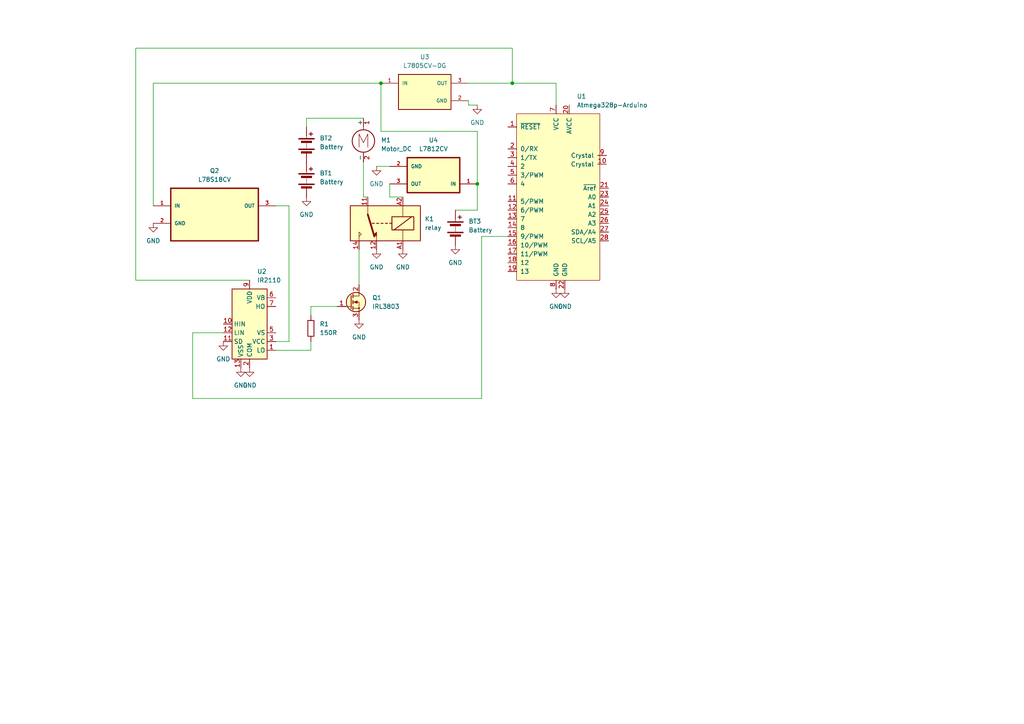
<source format=kicad_sch>
(kicad_sch (version 20231120) (generator "eeschema") (generator_version "8.0")
  (paper "A4")
  (lib_symbols
    (symbol "Device:Battery" (pin_numbers hide) (pin_names (offset 0) hide)
      (property "Reference" "BT" (at 2.54 2.54 0))
      (property "Value" "Battery" (at 2.54 0 0))
      (symbol "Battery_0_1"
        (rectangle (start -2.286 -1.27) (end 2.286 -1.524) (fill (type outline)))
        (rectangle (start -2.286 1.778) (end 2.286 1.524) (fill (type outline)))
        (rectangle (start -1.524 -2.032) (end 1.524 -2.54) (fill (type outline)))
        (rectangle (start -1.524 1.016) (end 1.524 0.508) (fill (type outline)))
        (polyline (pts (xy 0 -1.016) (xy 0 -0.762)))
        (polyline (pts (xy 0 -0.508) (xy 0 -0.254)))
        (polyline (pts (xy 0 0) (xy 0 0.254)))
        (polyline (pts (xy 0 1.778) (xy 0 2.54)))
        (polyline (pts (xy 0.762 3.048) (xy 1.778 3.048)) (stroke (width 0.254)))
        (polyline (pts (xy 1.27 3.556) (xy 1.27 2.54)) (stroke (width 0.254)))
      )
      (symbol "Battery_1_1"
        (pin passive line (at 0 5.08 270) (length 2.54) (name "+") (number "1"))
        (pin passive line (at 0 -5.08 90) (length 2.54) (name "-") (number "2"))
      )
    )
    (symbol "Driver_FET:IR2110"
      (property "Reference" "U" (at 1.27 13.335 0))
      (property "Value" "IR2110" (at 1.27 11.43 0))
      (symbol "IR2110_0_1"
        (rectangle (start -5.08 -10.16) (end 5.08 10.16) (stroke (width 0.254)) (fill (type background)))
      )
      (symbol "IR2110_1_1"
        (pin output line (at 7.62 -7.62 180) (length 2.54) (name "LO") (number "1"))
        (pin input line (at -7.62 0 0) (length 2.54) (name "HIN") (number "10"))
        (pin input line (at -7.62 -5.08 0) (length 2.54) (name "SD") (number "11"))
        (pin input line (at -7.62 -2.54 0) (length 2.54) (name "LIN") (number "12"))
        (pin power_in line (at -2.54 -12.7 90) (length 2.54) (name "VSS") (number "13"))
        (pin no_connect line (at -5.08 2.54 0) (length 2.54) hide (name "NC") (number "14"))
        (pin power_in line (at 0 -12.7 90) (length 2.54) (name "COM") (number "2"))
        (pin power_in line (at 7.62 -5.08 180) (length 2.54) (name "VCC") (number "3"))
        (pin no_connect line (at -5.08 7.62 0) (length 2.54) hide (name "NC") (number "4"))
        (pin passive line (at 7.62 -2.54 180) (length 2.54) (name "VS") (number "5"))
        (pin passive line (at 7.62 7.62 180) (length 2.54) (name "VB") (number "6"))
        (pin output line (at 7.62 5.08 180) (length 2.54) (name "HO") (number "7"))
        (pin no_connect line (at -5.08 5.08 0) (length 2.54) hide (name "NC") (number "8"))
        (pin power_in line (at 0 12.7 270) (length 2.54) (name "VDD") (number "9"))
      )
    )
    (symbol "L7805CV-DG:L7805CV-DG" (pin_names (offset 1.016))
      (property "Reference" "U" (at -7.6226 7.6217 0))
      (property "Value" "L7805CV-DG" (at -7.6287 -10.1686 0))
      (symbol "L7805CV-DG_0_0"
        (rectangle (start -7.62 -5.08) (end 7.62 5.08) (stroke (width 0.254)) (fill (type background)))
        (pin input line (at -12.7 2.54 0) (length 5.08) (name "IN") (number "1"))
        (pin power_in line (at 12.7 -2.54 180) (length 5.08) (name "GND") (number "2"))
        (pin output line (at 12.7 2.54 180) (length 5.08) (name "OUT") (number "3"))
      )
    )
    (symbol "L7812CV:L7812CV" (pin_names (offset 1.016))
      (property "Reference" "U" (at -7.6226 5.0817 0))
      (property "Value" "L7812CV" (at -7.6287 -7.6287 0))
      (symbol "L7812CV_0_0"
        (rectangle (start -7.62 -5.08) (end 7.62 5.08) (stroke (width 0.41)) (fill (type background)))
        (pin input line (at -12.7 2.54 0) (length 5.08) (name "IN") (number "1"))
        (pin power_in line (at 12.7 -2.54 180) (length 5.08) (name "GND") (number "2"))
        (pin output line (at 12.7 2.54 180) (length 5.08) (name "OUT") (number "3"))
      )
    )
    (symbol "L78S18CV:L78S18CV" (pin_names (offset 1.016))
      (property "Reference" "Q" (at -4.7244 9.1186 0))
      (property "Value" "L78S18CV" (at -4.6228 -14.8336 0))
      (symbol "L78S18CV_0_0"
        (rectangle (start -12.7 -10.16) (end 12.7 5.08) (stroke (width 0.4064)) (fill (type background)))
        (pin input line (at -17.78 0 0) (length 5.08) (name "IN") (number "1"))
        (pin passive line (at -17.78 -5.08 0) (length 5.08) (name "GND") (number "2"))
        (pin output line (at 17.78 0 180) (length 5.08) (name "OUT") (number "3"))
      )
    )
    (symbol "Motor:Motor_DC" (pin_names (offset 0))
      (property "Reference" "M" (at 2.54 2.54 0))
      (property "Value" "Motor_DC" (at 2.54 -5.08 0))
      (symbol "Motor_DC_0_0"
        (polyline (pts (xy -1.27 -3.302) (xy -1.27 0.508) (xy 0 -2.032) (xy 1.27 0.508) (xy 1.27 -3.302)))
      )
      (symbol "Motor_DC_0_1"
        (circle (center 0 -1.524) (radius 3.2512) (stroke (width 0.254)))
        (polyline (pts (xy 0 -7.62) (xy 0 -7.112)))
        (polyline (pts (xy 0 -4.7752) (xy 0 -5.1816)))
        (polyline (pts (xy 0 1.7272) (xy 0 2.0828)))
        (polyline (pts (xy 0 2.032) (xy 0 2.54)))
      )
      (symbol "Motor_DC_1_1"
        (pin passive line (at 0 5.08 270) (length 2.54) (name "+") (number "1"))
        (pin passive line (at 0 -7.62 90) (length 2.54) (name "-") (number "2"))
      )
    )
    (symbol "PCM_SL_Devices:Atmega328p-Arduino" (pin_names (offset 1.016))
      (property "Reference" "U" (at 7.62 30.48 0))
      (property "Value" "Atmega328p-Arduino" (at 13.97 27.94 0))
      (symbol "Atmega328p-Arduino_0_1"
        (rectangle (start -12.7 25.4) (end 11.43 -22.86) (fill (type background)))
      )
      (symbol "Atmega328p-Arduino_1_1"
        (pin bidirectional line (at -15.24 21.59 0) (length 2.54) (name "~{RESET}") (number "1"))
        (pin bidirectional line (at 13.335 10.795 180) (length 2.54) (name "Crystal") (number "10"))
        (pin bidirectional line (at -15.24 0 0) (length 2.54) (name "5/PWM") (number "11"))
        (pin bidirectional line (at -15.24 -2.54 0) (length 2.54) (name "6/PWM") (number "12"))
        (pin bidirectional line (at -15.24 -5.08 0) (length 2.54) (name "7") (number "13"))
        (pin bidirectional line (at -15.24 -7.62 0) (length 2.54) (name "8") (number "14"))
        (pin bidirectional line (at -15.24 -10.16 0) (length 2.54) (name "9/PWM") (number "15"))
        (pin bidirectional line (at -15.24 -12.7 0) (length 2.54) (name "10/PWM") (number "16"))
        (pin bidirectional line (at -15.24 -15.24 0) (length 2.54) (name "11/PWM") (number "17"))
        (pin bidirectional line (at -15.24 -17.78 0) (length 2.54) (name "12") (number "18"))
        (pin bidirectional line (at -15.24 -20.32 0) (length 2.54) (name "13") (number "19"))
        (pin bidirectional line (at -15.24 15.24 0) (length 2.54) (name "0/RX") (number "2"))
        (pin power_in line (at 2.54 27.94 270) (length 2.54) (name "AVCC") (number "20"))
        (pin bidirectional line (at 13.97 3.81 180) (length 2.54) (name "~{Aref}") (number "21"))
        (pin power_in line (at 1.27 -25.4 90) (length 2.54) (name "GND") (number "22"))
        (pin bidirectional line (at 13.97 1.27 180) (length 2.54) (name "A0") (number "23"))
        (pin bidirectional line (at 13.97 -1.27 180) (length 2.54) (name "A1") (number "24"))
        (pin bidirectional line (at 13.97 -3.81 180) (length 2.54) (name "A2") (number "25"))
        (pin bidirectional line (at 13.97 -6.35 180) (length 2.54) (name "A3") (number "26"))
        (pin bidirectional line (at 13.97 -8.89 180) (length 2.54) (name "SDA/A4") (number "27"))
        (pin bidirectional line (at 13.97 -11.43 180) (length 2.54) (name "SCL/A5") (number "28"))
        (pin bidirectional line (at -15.24 12.7 0) (length 2.54) (name "1/TX") (number "3"))
        (pin bidirectional line (at -15.24 10.16 0) (length 2.54) (name "2") (number "4"))
        (pin bidirectional line (at -15.24 7.62 0) (length 2.54) (name "3/PWM") (number "5"))
        (pin bidirectional line (at -15.24 5.08 0) (length 2.54) (name "4") (number "6"))
        (pin power_in line (at -1.27 27.94 270) (length 2.54) (name "VCC") (number "7"))
        (pin power_in line (at -1.27 -25.4 90) (length 2.54) (name "GND") (number "8"))
        (pin bidirectional line (at 13.335 13.335 180) (length 2.54) (name "Crystal") (number "9"))
      )
    )
    (symbol "PCM_SL_Resistors:Resistor"
      (property "Reference" "R" (at 0 5.08 0))
      (property "Value" "Resistor" (at 0 2.54 0))
      (symbol "Resistor_0_1"
        (rectangle (start -2.286 0.889) (end 2.286 -0.889) (stroke (width 0.24)))
      )
      (symbol "Resistor_1_1"
        (pin passive line (at -3.81 0 0) (length 1.5) (name "") (number "1"))
        (pin passive line (at 3.81 0 180) (length 1.5) (name "~") (number "2"))
      )
    )
    (symbol "PCM_Transistor_MOSFET_AKL:IRL3803" (pin_names hide)
      (property "Reference" "Q" (at 5.08 1.27 0))
      (property "Value" "IRL3803" (at 5.08 -1.27 0))
      (symbol "IRL3803_0_1"
        (polyline (pts (xy 0.254 -1.27) (xy -2.54 -1.27)))
        (polyline (pts (xy 0.254 1.905) (xy 0.254 -1.905)) (stroke (width 0.254)))
        (polyline (pts (xy 0.762 -1.778) (xy 2.54 -1.778)))
        (polyline (pts (xy 0.762 -1.27) (xy 0.762 -2.286)) (stroke (width 0.254)))
        (polyline (pts (xy 0.762 0.508) (xy 0.762 -0.508)) (stroke (width 0.254)))
        (polyline (pts (xy 0.762 2.286) (xy 0.762 1.27)) (stroke (width 0.254)))
        (polyline (pts (xy 2.54 1.778) (xy 0.762 1.778)))
        (polyline (pts (xy 2.54 2.54) (xy 2.54 1.778)))
        (polyline (pts (xy 2.54 -2.54) (xy 2.54 0) (xy 0.762 0)))
        (polyline (pts (xy 1.016 0) (xy 2.032 0.381) (xy 2.032 -0.381) (xy 1.016 0)) (fill (type outline)))
        (circle (center 1.651 0) (radius 2.794) (stroke (width 0.254)) (fill (type background)))
        (circle (center 2.54 -1.778) (radius 0.1778) (fill (type outline)))
      )
      (symbol "IRL3803_1_1"
        (pin input line (at -3.81 -1.27 0) (length 2.54) (name "G") (number "1"))
        (pin passive line (at 2.54 5.08 270) (length 2.54) (name "D") (number "2"))
        (pin passive line (at 2.54 -5.08 90) (length 2.54) (name "S") (number "3"))
      )
    )
    (symbol "Relay:Fujitsu_FTR-LYCA005x"
      (property "Reference" "K" (at 11.43 3.81 0))
      (property "Value" "Fujitsu_FTR-LYCA005x" (at 11.43 1.27 0))
      (symbol "Fujitsu_FTR-LYCA005x_0_0"
        (polyline (pts (xy 7.62 5.08) (xy 7.62 2.54) (xy 6.985 3.175) (xy 7.62 3.81)))
      )
      (symbol "Fujitsu_FTR-LYCA005x_0_1"
        (rectangle (start -10.16 5.08) (end 10.16 -5.08) (stroke (width 0.254)) (fill (type background)))
        (rectangle (start -8.255 1.905) (end -1.905 -1.905) (stroke (width 0.254)))
        (polyline (pts (xy -7.62 -1.905) (xy -2.54 1.905)) (stroke (width 0.254)))
        (polyline (pts (xy -5.08 -5.08) (xy -5.08 -1.905)))
        (polyline (pts (xy -5.08 5.08) (xy -5.08 1.905)))
        (polyline (pts (xy -1.905 0) (xy -1.27 0)) (stroke (width 0.254)))
        (polyline (pts (xy -0.635 0) (xy 0 0)) (stroke (width 0.254)))
        (polyline (pts (xy 0.635 0) (xy 1.27 0)) (stroke (width 0.254)))
        (polyline (pts (xy 1.905 0) (xy 2.54 0)) (stroke (width 0.254)))
        (polyline (pts (xy 3.175 0) (xy 3.81 0)) (stroke (width 0.254)))
        (polyline (pts (xy 5.08 -2.54) (xy 3.175 3.81)) (stroke (width 0.508)))
        (polyline (pts (xy 5.08 -2.54) (xy 5.08 -5.08)))
        (polyline (pts (xy 2.54 5.08) (xy 2.54 2.54) (xy 3.175 3.175) (xy 2.54 3.81)) (fill (type outline)))
      )
      (symbol "Fujitsu_FTR-LYCA005x_1_1"
        (pin passive line (at 5.08 -7.62 90) (length 2.54) (name "~") (number "11"))
        (pin passive line (at 2.54 7.62 270) (length 2.54) (name "~") (number "12"))
        (pin passive line (at 7.62 7.62 270) (length 2.54) (name "~") (number "14"))
        (pin passive line (at -5.08 7.62 270) (length 2.54) (name "~") (number "A1"))
        (pin passive line (at -5.08 -7.62 90) (length 2.54) (name "~") (number "A2"))
      )
    )
    (symbol "power:GND" (power) (pin_numbers hide) (pin_names (offset 0) hide)
      (property "Value" "GND" (at 0 -3.81 0))
      (symbol "GND_0_1"
        (polyline (pts (xy 0 0) (xy 0 -1.27) (xy 1.27 -1.27) (xy 0 -2.54) (xy -1.27 -1.27) (xy 0 -1.27)))
      )
      (symbol "GND_1_1"
        (pin power_in line (at 0 0 270) (length 0) (name "~") (number "1"))
      )
    )
  )
  (junction (at 138.43 53.34))
  (junction (at 110.49 24.13))
  (junction (at 148.59 24.13))
  (wire (pts (xy 83.82 99.06) (xy 80.01 99.06)))
  (wire (pts (xy 138.43 38.1) (xy 110.49 38.1)))
  (wire (pts (xy 55.88 96.52) (xy 55.88 115.57)))
  (wire (pts (xy 135.89 30.48) (xy 135.89 29.21)))
  (wire (pts (xy 148.59 24.13) (xy 161.29 24.13)))
  (wire (pts (xy 139.7 68.58) (xy 147.32 68.58)))
  (wire (pts (xy 90.17 88.9) (xy 90.17 91.44)))
  (wire (pts (xy 148.59 24.13) (xy 148.59 13.97)))
  (wire (pts (xy 55.88 115.57) (xy 139.7 115.57)))
  (wire (pts (xy 80.01 101.6) (xy 90.17 101.6)))
  (wire (pts (xy 88.9 36.83) (xy 88.9 34.29)))
  (wire (pts (xy 148.59 13.97) (xy 39.37 13.97)))
  (wire (pts (xy 113.03 57.15) (xy 116.84 57.15)))
  (wire (pts (xy 110.49 38.1) (xy 110.49 24.13)))
  (wire (pts (xy 132.08 60.96) (xy 138.43 60.96)))
  (wire (pts (xy 105.41 46.99) (xy 105.41 57.15)))
  (wire (pts (xy 88.9 34.29) (xy 105.41 34.29)))
  (wire (pts (xy 83.82 59.69) (xy 83.82 99.06)))
  (wire (pts (xy 44.45 24.13) (xy 110.49 24.13)))
  (wire (pts (xy 90.17 99.06) (xy 90.17 101.6)))
  (wire (pts (xy 109.22 48.26) (xy 113.03 48.26)))
  (wire (pts (xy 90.17 88.9) (xy 97.79 88.9)))
  (wire (pts (xy 138.43 53.34) (xy 138.43 38.1)))
  (wire (pts (xy 139.7 115.57) (xy 139.7 68.58)))
  (wire (pts (xy 64.77 96.52) (xy 55.88 96.52)))
  (wire (pts (xy 135.89 24.13) (xy 148.59 24.13)))
  (wire (pts (xy 80.01 59.69) (xy 83.82 59.69)))
  (wire (pts (xy 105.41 57.15) (xy 106.68 57.15)))
  (wire (pts (xy 161.29 24.13) (xy 161.29 30.48)))
  (wire (pts (xy 138.43 30.48) (xy 135.89 30.48)))
  (wire (pts (xy 138.43 60.96) (xy 138.43 53.34)))
  (wire (pts (xy 39.37 81.28) (xy 72.39 81.28)))
  (wire (pts (xy 44.45 59.69) (xy 44.45 24.13)))
  (wire (pts (xy 39.37 13.97) (xy 39.37 81.28)))
  (wire (pts (xy 104.14 72.39) (xy 104.14 82.55)))
  (wire (pts (xy 113.03 53.34) (xy 113.03 57.15)))
  (symbol (lib_id "power:GND") (at 109.22 48.26 0) (unit 1)
    (property "Reference" "#PWR012" (effects (hide yes)))
    (property "Value" "GND" (at 109.22 53.34 0))
    (property "Description" "Power symbol creates a global label with name \"GND\" , ground" (effects (hide yes)))
  )
  (symbol (lib_id "power:GND") (at 69.85 106.68 0) (unit 1)
    (property "Reference" "#PWR06" (effects (hide yes)))
    (property "Value" "GND" (at 69.85 111.76 0))
    (property "Description" "Power symbol creates a global label with name \"GND\" , ground" (effects (hide yes)))
  )
  (symbol (lib_id "Driver_FET:IR2110") (at 72.39 93.98 0) (unit 1)
    (property "Reference" "U2" (at 74.5841 78.74 0) (effects (justify left)))
    (property "Value" "IR2110" (at 74.5841 81.28 0) (effects (justify left)))
    (property "Footprint" "Package_DIP:DIP-14_W7.62mm" (effects (hide yes)))
    (property "Datasheet" "https://www.infineon.com/dgdl/ir2110.pdf?fileId=5546d462533600a4015355c80333167e" (effects (hide yes)))
    (property "Description" "High and Low Side Driver, 500V, 2.0/2.0A, PDIP-14" (effects (hide yes)))
  )
  (symbol (lib_id "power:GND") (at 109.22 72.39 0) (unit 1)
    (property "Reference" "#PWR03" (effects (hide yes)))
    (property "Value" "GND" (at 109.22 77.47 0))
    (property "Description" "Power symbol creates a global label with name \"GND\" , ground" (effects (hide yes)))
  )
  (symbol (lib_id "power:GND") (at 163.83 83.82 0) (unit 1)
    (property "Reference" "#PWR04" (effects (hide yes)))
    (property "Value" "GND" (at 163.83 88.9 0))
    (property "Description" "Power symbol creates a global label with name \"GND\" , ground" (effects (hide yes)))
  )
  (symbol (lib_id "power:GND") (at 116.84 72.39 0) (unit 1)
    (property "Reference" "#PWR011" (effects (hide yes)))
    (property "Value" "GND" (at 116.84 77.47 0))
    (property "Description" "Power symbol creates a global label with name \"GND\" , ground" (effects (hide yes)))
  )
  (symbol (lib_id "Device:Battery") (at 132.08 66.04 0) (unit 1)
    (property "Reference" "BT3" (at 135.89 64.1984 0) (effects (justify left)))
    (property "Value" "Battery" (at 135.89 66.7384 0) (effects (justify left)))
    (property "Description" "Multiple-cell battery" (effects (hide yes)))
  )
  (symbol (lib_id "power:GND") (at 64.77 99.06 0) (unit 1)
    (property "Reference" "#PWR07" (effects (hide yes)))
    (property "Value" "GND" (at 64.77 104.14 0))
    (property "Description" "Power symbol creates a global label with name \"GND\" , ground" (effects (hide yes)))
  )
  (symbol (lib_id "Device:Battery") (at 88.9 41.91 0) (unit 1)
    (property "Reference" "BT2" (at 92.71 40.0684 0) (effects (justify left)))
    (property "Value" "Battery" (at 92.71 42.6084 0) (effects (justify left)))
    (property "Description" "Multiple-cell battery" (effects (hide yes)))
  )
  (symbol (lib_id "Device:Battery") (at 88.9 52.07 0) (unit 1)
    (property "Reference" "BT1" (at 92.71 50.2284 0) (effects (justify left)))
    (property "Value" "Battery" (at 92.71 52.7684 0) (effects (justify left)))
    (property "Description" "Multiple-cell battery" (effects (hide yes)))
  )
  (symbol (lib_id "Relay:Fujitsu_FTR-LYCA005x") (at 111.76 64.77 180) (unit 1)
    (property "Reference" "K1" (at 123.19 63.4999 0) (effects (justify right)))
    (property "Value" "relay" (at 123.19 66.0399 0) (effects (justify right)))
    (property "Footprint" "Relay_THT:Relay_SPDT_Fujitsu_FTR-LYCA005x_FormC_Vertical" (effects (hide yes)))
    (property "Datasheet" "https://www.fujitsu.com/sg/imagesgig5/ftr-ly.pdf" (effects (hide yes)))
    (property "Description" "Relay, SPDT Form C, vertical mount, 5-60V coil, 6A, 250VAC, 28 x 5 x 15mm" (effects (hide yes)))
  )
  (symbol (lib_id "power:GND") (at 72.39 106.68 0) (unit 1)
    (property "Reference" "#PWR05" (effects (hide yes)))
    (property "Value" "GND" (at 72.39 111.76 0))
    (property "Description" "Power symbol creates a global label with name \"GND\" , ground" (effects (hide yes)))
  )
  (symbol (lib_id "power:GND") (at 44.45 64.77 0) (unit 1)
    (property "Reference" "#PWR010" (effects (hide yes)))
    (property "Value" "GND" (at 44.45 69.85 0))
    (property "Description" "Power symbol creates a global label with name \"GND\" , ground" (effects (hide yes)))
  )
  (symbol (lib_id "L78S18CV:L78S18CV") (at 62.23 59.69 0) (unit 1)
    (property "Reference" "Q2" (at 62.23 49.53 0))
    (property "Value" "L78S18CV" (at 62.23 52.07 0))
    (property "Footprint" "L78S18CV:TO254P450X1020X1935-3P" (effects (hide yes)))
    (property "MF" "STMicroelectronics" (effects (hide yes)))
    (property "Description_1" "\nLinear Voltage Regulator IC Positive Fixed 1 Output 2A TO-220AB\n" (effects (hide yes)))
    (property "PACKAGE" "TO-220" (effects (hide yes)))
    (property "MPN" "L78S18CV" (effects (hide yes)))
    (property "Price" "None" (effects (hide yes)))
    (property "Package" "TO-220-3 STMicroelectronics" (effects (hide yes)))
    (property "OC_FARNELL" "9756183" (effects (hide yes)))
    (property "SnapEDA_Link" "https://www.snapeda.com/parts/L78S18CV/STMicroelectronics/view-part/?ref=snap" (effects (hide yes)))
    (property "MP" "L78S18CV" (effects (hide yes)))
    (property "SUPPLIER" "STMicroelectronics" (effects (hide yes)))
    (property "OC_NEWARK" "26M0573" (effects (hide yes)))
    (property "Availability" "In Stock" (effects (hide yes)))
    (property "Check_prices" "https://www.snapeda.com/parts/L78S18CV/STMicroelectronics/view-part/?ref=eda" (effects (hide yes)))
  )
  (symbol (lib_id "power:GND") (at 161.29 83.82 0) (unit 1)
    (property "Reference" "#PWR013" (effects (hide yes)))
    (property "Value" "GND" (at 161.29 88.9 0))
    (property "Description" "Power symbol creates a global label with name \"GND\" , ground" (effects (hide yes)))
  )
  (symbol (lib_id "power:GND") (at 138.43 30.48 0) (unit 1)
    (property "Reference" "#PWR09" (effects (hide yes)))
    (property "Value" "GND" (at 138.43 35.56 0))
    (property "Description" "Power symbol creates a global label with name \"GND\" , ground" (effects (hide yes)))
  )
  (symbol (lib_id "L7805CV-DG:L7805CV-DG") (at 123.19 26.67 0) (unit 1)
    (property "Reference" "U3" (at 123.19 16.51 0))
    (property "Value" "L7805CV-DG" (at 123.19 19.05 0))
    (property "Footprint" "L7805CV-DG:TO255P1040X460X2890-3" (effects (hide yes)))
    (property "MF" "STMicroelectronics" (effects (hide yes)))
    (property "MAXIMUM_PACKAGE_HEIGHT" "19.68 mm" (effects (hide yes)))
    (property "Package" "TO-220 STMicroelectronics" (effects (hide yes)))
    (property "Price" "None" (effects (hide yes)))
    (property "Check_prices" "https://www.snapeda.com/parts/L7805CV-DG/STMicroelectronics/view-part/?ref=eda" (effects (hide yes)))
    (property "STANDARD" "IPC 7351B" (effects (hide yes)))
    (property "PARTREV" "36" (effects (hide yes)))
    (property "SnapEDA_Link" "https://www.snapeda.com/parts/L7805CV-DG/STMicroelectronics/view-part/?ref=snap" (effects (hide yes)))
    (property "MP" "L7805CV-DG" (effects (hide yes)))
    (property "Description_1" "\nLinear Voltage Regulator IC Positive Fixed 1 Output 1.5A TO-220\n" (effects (hide yes)))
    (property "Availability" "In Stock" (effects (hide yes)))
    (property "MANUFACTURER" "STMicroelectronics" (effects (hide yes)))
  )
  (symbol (lib_id "Motor:Motor_DC") (at 105.41 39.37 0) (unit 1)
    (property "Reference" "M1" (at 110.49 40.6399 0) (effects (justify left)))
    (property "Value" "Motor_DC" (at 110.49 43.1799 0) (effects (justify left)))
    (property "Description" "DC Motor" (effects (hide yes)))
  )
  (symbol (lib_id "PCM_SL_Resistors:Resistor") (at 90.17 95.25 90) (unit 1)
    (property "Reference" "R1" (at 92.71 93.9799 90) (effects (justify right)))
    (property "Value" "150R" (at 92.71 96.5199 90) (effects (justify right)))
    (property "Footprint" "Resistor_THT:R_Axial_DIN0207_L6.3mm_D2.5mm_P10.16mm_Horizontal" (effects (hide yes)))
    (property "Description" "1/4W Resistor" (effects (hide yes)))
  )
  (symbol (lib_id "power:GND") (at 132.08 71.12 0) (unit 1)
    (property "Reference" "#PWR08" (effects (hide yes)))
    (property "Value" "GND" (at 132.08 76.2 0))
    (property "Description" "Power symbol creates a global label with name \"GND\" , ground" (effects (hide yes)))
  )
  (symbol (lib_id "PCM_Transistor_MOSFET_AKL:IRL3803") (at 101.6 87.63 0) (unit 1)
    (property "Reference" "Q1" (at 107.95 86.3599 0) (effects (justify left)))
    (property "Value" "IRL3803" (at 107.95 88.8999 0) (effects (justify left)))
    (property "Footprint" "Package_TO_SOT_THT_AKL:TO-220-3_Vertical_GDS" (effects (hide yes)))
    (property "Datasheet" "https://www.tme.eu/Document/c5e4ca68b7beda6d548328b6388c500a/irl3803.pdf" (effects (hide yes)))
    (property "Description" "TO-220 N-MOSFET enchancement mode transistor, 30V, 140A, 200W, Alternate KiCAD Library" (effects (hide yes)))
  )
  (symbol (lib_id "power:GND") (at 88.9 57.15 0) (unit 1)
    (property "Reference" "#PWR01" (effects (hide yes)))
    (property "Value" "GND" (at 88.9 62.23 0))
    (property "Description" "Power symbol creates a global label with name \"GND\" , ground" (effects (hide yes)))
  )
  (symbol (lib_id "PCM_SL_Devices:Atmega328p-Arduino") (at 162.56 58.42 0) (unit 1)
    (property "Reference" "U1" (at 167.2941 27.94 0) (effects (justify left)))
    (property "Value" "Atmega328p-Arduino" (at 167.2941 30.48 0) (effects (justify left)))
    (property "Footprint" "Package_DIP:DIP-28_W7.62mm_LongPads" (effects (hide yes)))
    (property "Description" "Atmega328p with Arduino UNO pin mapping(MCU in ArduinoUNO)" (effects (hide yes)))
  )
  (symbol (lib_id "L7812CV:L7812CV") (at 125.73 50.8 180) (unit 1)
    (property "Reference" "U4" (at 125.73 40.64 0))
    (property "Value" "L7812CV" (at 125.73 43.18 0))
    (property "Footprint" "L7812CV:TO-220-3" (effects (hide yes)))
    (property "MF" "STMicroelectronics" (effects (hide yes)))
    (property "Description_1" "\nLinear Voltage Regulator IC Positive Fixed 1 Output 1.5A TO-220\n" (effects (hide yes)))
    (property "Package" "TO-220-3 STMicroelectronics" (effects (hide yes)))
    (property "Price" "None" (effects (hide yes)))
    (property "Check_prices" "https://www.snapeda.com/parts/L7812CV/STMicroelectronics/view-part/?ref=eda" (effects (hide yes)))
    (property "STANDARD" "IPC-7351B" (effects (hide yes)))
    (property "PARTREV" "34" (effects (hide yes)))
    (property "SnapEDA_Link" "https://www.snapeda.com/parts/L7812CV/STMicroelectronics/view-part/?ref=snap" (effects (hide yes)))
    (property "MP" "L7812CV" (effects (hide yes)))
    (property "Availability" "In Stock" (effects (hide yes)))
    (property "MANUFACTURER" "STMicroelectronics" (effects (hide yes)))
  )
  (symbol (lib_id "power:GND") (at 104.14 92.71 0) (unit 1)
    (property "Reference" "#PWR02" (effects (hide yes)))
    (property "Value" "GND" (at 104.14 97.79 0))
    (property "Description" "Power symbol creates a global label with name \"GND\" , ground" (effects (hide yes)))
  )
)
</source>
